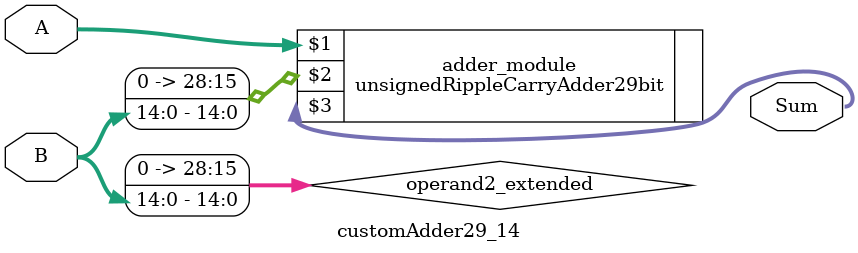
<source format=v>

module customAdder29_14(
                    input [28 : 0] A,
                    input [14 : 0] B,
                    
                    output [29 : 0] Sum
            );

    wire [28 : 0] operand2_extended;
    
    assign operand2_extended =  {14'b0, B};
    
    unsignedRippleCarryAdder29bit adder_module(
        A,
        operand2_extended,
        Sum
    );
    
endmodule
        
</source>
